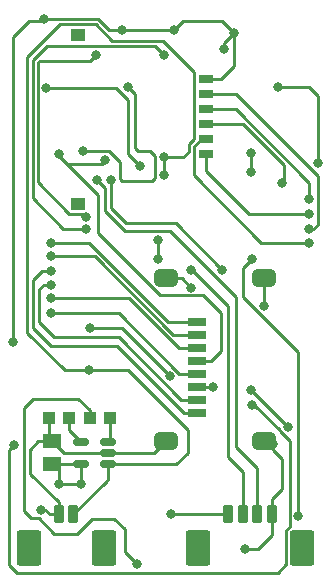
<source format=gbr>
%TF.GenerationSoftware,KiCad,Pcbnew,7.0.8*%
%TF.CreationDate,2023-10-19T11:53:07-06:00*%
%TF.ProjectId,air_station_1v5,6169725f-7374-4617-9469-6f6e5f317635,rev?*%
%TF.SameCoordinates,Original*%
%TF.FileFunction,Copper,L2,Bot*%
%TF.FilePolarity,Positive*%
%FSLAX46Y46*%
G04 Gerber Fmt 4.6, Leading zero omitted, Abs format (unit mm)*
G04 Created by KiCad (PCBNEW 7.0.8) date 2023-10-19 11:53:07*
%MOMM*%
%LPD*%
G01*
G04 APERTURE LIST*
G04 Aperture macros list*
%AMRoundRect*
0 Rectangle with rounded corners*
0 $1 Rounding radius*
0 $2 $3 $4 $5 $6 $7 $8 $9 X,Y pos of 4 corners*
0 Add a 4 corners polygon primitive as box body*
4,1,4,$2,$3,$4,$5,$6,$7,$8,$9,$2,$3,0*
0 Add four circle primitives for the rounded corners*
1,1,$1+$1,$2,$3*
1,1,$1+$1,$4,$5*
1,1,$1+$1,$6,$7*
1,1,$1+$1,$8,$9*
0 Add four rect primitives between the rounded corners*
20,1,$1+$1,$2,$3,$4,$5,0*
20,1,$1+$1,$4,$5,$6,$7,0*
20,1,$1+$1,$6,$7,$8,$9,0*
20,1,$1+$1,$8,$9,$2,$3,0*%
G04 Aperture macros list end*
%TA.AperFunction,SMDPad,CuDef*%
%ADD10R,1.200000X1.000000*%
%TD*%
%TA.AperFunction,SMDPad,CuDef*%
%ADD11R,1.250000X0.750000*%
%TD*%
%TA.AperFunction,SMDPad,CuDef*%
%ADD12RoundRect,0.200000X0.200000X0.600000X-0.200000X0.600000X-0.200000X-0.600000X0.200000X-0.600000X0*%
%TD*%
%TA.AperFunction,SMDPad,CuDef*%
%ADD13RoundRect,0.250001X0.799999X1.249999X-0.799999X1.249999X-0.799999X-1.249999X0.799999X-1.249999X0*%
%TD*%
%TA.AperFunction,SMDPad,CuDef*%
%ADD14R,1.500000X1.240000*%
%TD*%
%TA.AperFunction,SMDPad,CuDef*%
%ADD15R,1.500000X0.800000*%
%TD*%
%TA.AperFunction,SMDPad,CuDef*%
%ADD16RoundRect,0.362500X-0.637500X0.362500X-0.637500X-0.362500X0.637500X-0.362500X0.637500X0.362500X0*%
%TD*%
%TA.AperFunction,SMDPad,CuDef*%
%ADD17RoundRect,0.150000X0.512500X0.150000X-0.512500X0.150000X-0.512500X-0.150000X0.512500X-0.150000X0*%
%TD*%
%TA.AperFunction,SMDPad,CuDef*%
%ADD18R,1.075000X1.000000*%
%TD*%
%TA.AperFunction,ViaPad*%
%ADD19C,0.800000*%
%TD*%
%TA.AperFunction,Conductor*%
%ADD20C,0.250000*%
%TD*%
G04 APERTURE END LIST*
D10*
%TO.P,J1,1*%
%TO.N,N/C*%
X82012000Y-54573000D03*
%TO.P,J1,2*%
X82012000Y-68873000D03*
D11*
%TO.P,J1,C1,VCC*%
%TO.N,/SIM_VDD*%
X92837000Y-59563000D03*
%TO.P,J1,C2,RST*%
%TO.N,/SIM_RST*%
X92837000Y-62103000D03*
%TO.P,J1,C3,CLK*%
%TO.N,/SIM_CLK*%
X92837000Y-64643000D03*
%TO.P,J1,C5,GND*%
%TO.N,GND*%
X92837000Y-58293000D03*
%TO.P,J1,C6,VPP*%
%TO.N,/SIM_VPP_UNCONN*%
X92837000Y-60833000D03*
%TO.P,J1,C7,I/O*%
%TO.N,/SIM_DATA*%
X92837000Y-63373000D03*
%TD*%
D12*
%TO.P,J5,1,Pin_1*%
%TO.N,GND*%
X98452191Y-95091398D03*
%TO.P,J5,2,Pin_2*%
%TO.N,/UART_TX*%
X97202191Y-95091398D03*
%TO.P,J5,3,Pin_3*%
%TO.N,/UART_RX*%
X95952191Y-95091398D03*
%TO.P,J5,4,Pin_4*%
%TO.N,+5V*%
X94702191Y-95091398D03*
D13*
%TO.P,J5,MP*%
%TO.N,N/C*%
X101002191Y-97991398D03*
X92152191Y-97991398D03*
%TD*%
D12*
%TO.P,J4,1,Pin_1*%
%TO.N,+BATT*%
X81625000Y-95100000D03*
%TO.P,J4,2,Pin_2*%
%TO.N,GND*%
X80375000Y-95100000D03*
D13*
%TO.P,J4,MP*%
%TO.N,N/C*%
X84175000Y-98000000D03*
X77825000Y-98000000D03*
%TD*%
D14*
%TO.P,C4,1,1*%
%TO.N,GND*%
X79850000Y-88979227D03*
%TO.P,C4,2,2*%
%TO.N,+5V*%
X79850000Y-90879227D03*
%TD*%
D15*
%TO.P,J2,1,DAT2*%
%TO.N,/SD_D3*%
X92075000Y-78828000D03*
%TO.P,J2,2,DAT3/CD*%
%TO.N,/SD_D2*%
X92075000Y-79928000D03*
%TO.P,J2,3,CMD*%
%TO.N,/SD_CMD*%
X92075000Y-81028000D03*
%TO.P,J2,4,VDD*%
%TO.N,3.3V*%
X92075000Y-82128000D03*
%TO.P,J2,5,CLK*%
%TO.N,/SD_CLK*%
X92075000Y-83228000D03*
%TO.P,J2,6,VSS*%
%TO.N,GND*%
X92075000Y-84328000D03*
%TO.P,J2,7,DAT0*%
%TO.N,/SD_D0*%
X92075000Y-85428000D03*
%TO.P,J2,8,DAT1*%
%TO.N,/SD_D1*%
X92075000Y-86528000D03*
D16*
%TO.P,J2,9,SHIELD*%
%TO.N,GND*%
X97775000Y-75158000D03*
X89475000Y-75158000D03*
X97775000Y-88908000D03*
X89475000Y-88908000D03*
%TD*%
D17*
%TO.P,U3,1,STAT*%
%TO.N,Net-(U3-STAT)*%
X84557688Y-89028133D03*
%TO.P,U3,2,V_{SS}*%
%TO.N,GND*%
X84557688Y-89978133D03*
%TO.P,U3,3,V_{BAT}*%
%TO.N,+BATT*%
X84557688Y-90928133D03*
%TO.P,U3,4,V_{DD}*%
%TO.N,+5V*%
X82282688Y-90928133D03*
%TO.P,U3,5,PROG*%
%TO.N,Net-(U3-PROG)*%
X82282688Y-89028133D03*
%TD*%
D18*
%TO.P,R8,1,1*%
%TO.N,Net-(U3-PROG)*%
X81254275Y-86978523D03*
%TO.P,R8,2,2*%
%TO.N,GND*%
X79554275Y-86978523D03*
%TD*%
%TO.P,R7,1,1*%
%TO.N,Net-(CHG1-Pad-)*%
X83000000Y-87000000D03*
%TO.P,R7,2,2*%
%TO.N,Net-(U3-STAT)*%
X84700000Y-87000000D03*
%TD*%
D19*
%TO.N,GND*%
X76497500Y-80518000D03*
X94361000Y-55753000D03*
X98552000Y-89154000D03*
X96139000Y-98044000D03*
X95250000Y-54356000D03*
X78867000Y-94742000D03*
X91567000Y-75946000D03*
X79121000Y-53213000D03*
X93472000Y-84328000D03*
X85725000Y-54133500D03*
X97790000Y-77470000D03*
X90170000Y-54102000D03*
%TO.N,/SD_D3*%
X79756000Y-72136000D03*
%TO.N,/SD_D2*%
X79756000Y-73279002D03*
%TO.N,/SD_CMD*%
X79756000Y-76835000D03*
%TO.N,3.3V*%
X84328000Y-65150500D03*
X80391000Y-64643000D03*
%TO.N,/SD_CLK*%
X79756000Y-78105000D03*
%TO.N,/SD_D0*%
X79756000Y-75692000D03*
%TO.N,/SD_D1*%
X79756000Y-74549000D03*
%TO.N,/GPS_RF*%
X98933000Y-58928000D03*
X102362000Y-65405000D03*
%TO.N,/UART_TX*%
X83600000Y-66802000D03*
%TO.N,/UART_RX*%
X94234000Y-74422000D03*
X91567000Y-74422000D03*
X84800000Y-66802000D03*
%TO.N,/I2C2_SDA*%
X89281000Y-56261000D03*
X82677000Y-70993000D03*
%TO.N,/I2C2_SCL*%
X82692945Y-69967011D03*
X83566000Y-56260500D03*
%TO.N,+BATT*%
X89281000Y-66421000D03*
X89281000Y-64934500D03*
X96647000Y-66167000D03*
X96647000Y-64516000D03*
X82931000Y-82931000D03*
%TO.N,/SIM_DATA*%
X101600000Y-72136000D03*
%TO.N,/SIM_VDD*%
X101600000Y-70993000D03*
%TO.N,/SIM_CLK*%
X101600000Y-69723000D03*
%TO.N,/SIM_RST*%
X99274878Y-67056000D03*
%TO.N,/GSM_RF*%
X79337500Y-59055000D03*
X87249000Y-65659000D03*
%TO.N,1.8V*%
X86233000Y-58928000D03*
X82423000Y-64426500D03*
%TO.N,/PWR_KEY*%
X89789000Y-83439000D03*
X83058000Y-79375000D03*
X99822000Y-87757000D03*
X96647000Y-84582000D03*
%TO.N,/IO27*%
X96774000Y-85852000D03*
X76581000Y-89281000D03*
%TO.N,/IO28*%
X88773000Y-73533000D03*
X88773000Y-71882000D03*
%TO.N,+5V*%
X82296000Y-92583000D03*
X80391000Y-92583000D03*
X89916000Y-95123000D03*
%TO.N,Net-(CHG1-Pad-)*%
X86995000Y-99314000D03*
%TO.N,/VIO*%
X100673500Y-95250000D03*
X96774000Y-73533000D03*
%TO.N,/SIM_VPP_UNCONN*%
X101600000Y-68453000D03*
%TD*%
D20*
%TO.N,GND*%
X94234000Y-53340000D02*
X90932000Y-53340000D01*
X98452191Y-96873809D02*
X98452191Y-95091398D01*
X97775000Y-77455000D02*
X97790000Y-77470000D01*
X77851000Y-53340000D02*
X78994000Y-53340000D01*
X98021000Y-89154000D02*
X97775000Y-88908000D01*
X95250000Y-54356000D02*
X94234000Y-53340000D01*
X95250000Y-54356000D02*
X94996000Y-54102000D01*
X99314000Y-92964000D02*
X98452191Y-93825809D01*
X98552000Y-89685000D02*
X99291000Y-90424000D01*
X84557688Y-89978133D02*
X88404867Y-89978133D01*
X79554275Y-88683502D02*
X79850000Y-88979227D01*
X76497500Y-54693500D02*
X77851000Y-53340000D01*
X77978000Y-89662000D02*
X78660773Y-88979227D01*
X97775000Y-75158000D02*
X97775000Y-77455000D01*
X94107000Y-58293000D02*
X92837000Y-58293000D01*
X98452191Y-93825809D02*
X98452191Y-95091398D01*
X79554275Y-86978523D02*
X79554275Y-88683502D01*
X99314000Y-90424000D02*
X99314000Y-92964000D01*
X77978000Y-91694000D02*
X77978000Y-89662000D01*
X95250000Y-54356000D02*
X95250000Y-57150000D01*
X90779000Y-75158000D02*
X91567000Y-75946000D01*
X80375000Y-94091000D02*
X77978000Y-91694000D01*
X97282000Y-98044000D02*
X98452191Y-96873809D01*
X78867000Y-94742000D02*
X79248000Y-94742000D01*
X79652000Y-95100000D02*
X80375000Y-95100000D01*
X79629000Y-95123000D02*
X79652000Y-95100000D01*
X90932000Y-53340000D02*
X90170000Y-54102000D01*
X98552000Y-89154000D02*
X98021000Y-89154000D01*
X95250000Y-57150000D02*
X94107000Y-58293000D01*
X92075000Y-84328000D02*
X93472000Y-84328000D01*
X98552000Y-89154000D02*
X98552000Y-89685000D01*
X99291000Y-90424000D02*
X99314000Y-90424000D01*
X96139000Y-98044000D02*
X97282000Y-98044000D01*
X85725000Y-54133500D02*
X90138500Y-54133500D01*
X88404867Y-89978133D02*
X89475000Y-88908000D01*
X78660773Y-88979227D02*
X79850000Y-88979227D01*
X76497500Y-80518000D02*
X76497500Y-54693500D01*
X80375000Y-95100000D02*
X80375000Y-94091000D01*
X94361000Y-55753000D02*
X94361000Y-55245000D01*
X94361000Y-55245000D02*
X95250000Y-54356000D01*
X84613500Y-54133500D02*
X83693000Y-53213000D01*
X78994000Y-53340000D02*
X79121000Y-53213000D01*
X83693000Y-53213000D02*
X79121000Y-53213000D01*
X89475000Y-75158000D02*
X90779000Y-75158000D01*
X85725000Y-54133500D02*
X84613500Y-54133500D01*
X90138500Y-54133500D02*
X90170000Y-54102000D01*
X84557688Y-89978133D02*
X80848906Y-89978133D01*
X79248000Y-94742000D02*
X79629000Y-95123000D01*
X80848906Y-89978133D02*
X79850000Y-88979227D01*
%TO.N,/SD_D3*%
X89623000Y-78828000D02*
X82931000Y-72136000D01*
X82931000Y-72136000D02*
X79756000Y-72136000D01*
X92075000Y-78828000D02*
X89623000Y-78828000D01*
%TO.N,/SD_D2*%
X79756002Y-73279000D02*
X79756000Y-73279002D01*
X90088000Y-79928000D02*
X83439000Y-73279000D01*
X83439000Y-73279000D02*
X79756002Y-73279000D01*
X92075000Y-79928000D02*
X90088000Y-79928000D01*
%TO.N,/SD_CMD*%
X92075000Y-81028000D02*
X90553000Y-81028000D01*
X90553000Y-81028000D02*
X86360000Y-76835000D01*
X86360000Y-76835000D02*
X79756000Y-76835000D01*
%TO.N,3.3V*%
X92075000Y-82128000D02*
X93259000Y-82128000D01*
X88932720Y-76581000D02*
X83693000Y-71341280D01*
X83693000Y-68072000D02*
X81089500Y-65468500D01*
X84328000Y-65150500D02*
X84010000Y-65468500D01*
X80391000Y-64643000D02*
X80391000Y-64770000D01*
X83693000Y-71341280D02*
X83693000Y-68072000D01*
X92583000Y-76581000D02*
X88932720Y-76581000D01*
X94107000Y-81280000D02*
X94107000Y-78105000D01*
X80391000Y-64770000D02*
X80772000Y-65151000D01*
X81089500Y-65468500D02*
X80772000Y-65151000D01*
X84010000Y-65468500D02*
X81089500Y-65468500D01*
X94107000Y-78105000D02*
X92583000Y-76581000D01*
X93259000Y-82128000D02*
X94107000Y-81280000D01*
%TO.N,/SD_CLK*%
X85471000Y-78105000D02*
X90594000Y-83228000D01*
X90594000Y-83228000D02*
X92075000Y-83228000D01*
X79756000Y-78105000D02*
X85471000Y-78105000D01*
%TO.N,/SD_D0*%
X92075000Y-85428000D02*
X90762000Y-85428000D01*
X78740000Y-78867000D02*
X78740000Y-76073000D01*
X78740000Y-76073000D02*
X79121000Y-75692000D01*
X80010000Y-80137000D02*
X78740000Y-78867000D01*
X85471000Y-80137000D02*
X80010000Y-80137000D01*
X90762000Y-85428000D02*
X85471000Y-80137000D01*
X79121000Y-75692000D02*
X79756000Y-75692000D01*
%TO.N,/SD_D1*%
X78232000Y-79375000D02*
X78232000Y-75311000D01*
X78232000Y-75311000D02*
X78994000Y-74549000D01*
X85344000Y-80899000D02*
X79756000Y-80899000D01*
X92075000Y-86528000D02*
X90973000Y-86528000D01*
X78994000Y-74549000D02*
X79756000Y-74549000D01*
X79756000Y-80899000D02*
X78232000Y-79375000D01*
X90973000Y-86528000D02*
X85344000Y-80899000D01*
%TO.N,/GPS_RF*%
X101600000Y-58928000D02*
X102362000Y-59690000D01*
X102362000Y-59690000D02*
X102362000Y-65405000D01*
X98933000Y-58928000D02*
X101600000Y-58928000D01*
%TO.N,/UART_TX*%
X84328000Y-69469000D02*
X86016000Y-71157000D01*
X97202191Y-91233191D02*
X97202191Y-95091398D01*
X84328000Y-67530000D02*
X84328000Y-69469000D01*
X86016000Y-71157000D02*
X89826000Y-71157000D01*
X83600000Y-66802000D02*
X84328000Y-67530000D01*
X95377000Y-76708000D02*
X95377000Y-89408000D01*
X95377000Y-89408000D02*
X97202191Y-91233191D01*
X89826000Y-71157000D02*
X95377000Y-76708000D01*
%TO.N,/UART_RX*%
X95952191Y-95091398D02*
X95952191Y-91626809D01*
X86106000Y-70485000D02*
X90297000Y-70485000D01*
X91694000Y-74422000D02*
X91567000Y-74422000D01*
X84800000Y-69179000D02*
X86106000Y-70485000D01*
X94742000Y-77470000D02*
X91694000Y-74422000D01*
X90297000Y-70485000D02*
X94234000Y-74422000D01*
X94742000Y-90297000D02*
X94742000Y-77470000D01*
X96012000Y-91567000D02*
X94742000Y-90297000D01*
X84800000Y-66802000D02*
X84800000Y-69179000D01*
X95952191Y-91626809D02*
X96012000Y-91567000D01*
%TO.N,/I2C2_SDA*%
X82677000Y-70993000D02*
X80762695Y-70993000D01*
X88519000Y-55499000D02*
X89281000Y-56261000D01*
X78163000Y-56709604D02*
X79373604Y-55499000D01*
X78163000Y-68393305D02*
X78163000Y-56709604D01*
X80762695Y-70993000D02*
X78163000Y-68393305D01*
X79373604Y-55499000D02*
X88519000Y-55499000D01*
%TO.N,/I2C2_SCL*%
X78613000Y-56896000D02*
X78613000Y-67033620D01*
X78740000Y-56769000D02*
X78613000Y-56896000D01*
X81277380Y-69698000D02*
X82423934Y-69698000D01*
X82423934Y-69698000D02*
X82692945Y-69967011D01*
X78613000Y-67033620D02*
X81277380Y-69698000D01*
X83566000Y-56260500D02*
X83057500Y-56769000D01*
X83057500Y-56769000D02*
X78740000Y-56769000D01*
%TO.N,+BATT*%
X84892604Y-55049000D02*
X89212000Y-55049000D01*
X77724000Y-75184000D02*
X77713000Y-75173000D01*
X83506604Y-53663000D02*
X84892604Y-55049000D01*
X81625000Y-95100000D02*
X84425500Y-92299500D01*
X84557688Y-92167312D02*
X84425500Y-92299500D01*
X91313000Y-89916000D02*
X91313000Y-88011000D01*
X77713000Y-75173000D02*
X77713000Y-56399000D01*
X77724000Y-79756000D02*
X77724000Y-75184000D01*
X84557688Y-90928133D02*
X90300867Y-90928133D01*
X91313000Y-88011000D02*
X86233000Y-82931000D01*
X91821000Y-63371604D02*
X91371000Y-63821604D01*
X90300867Y-90928133D02*
X91313000Y-89916000D01*
X80899000Y-82931000D02*
X77724000Y-79756000D01*
X91371000Y-64458000D02*
X90932000Y-64897000D01*
X91371000Y-63821604D02*
X91371000Y-64458000D01*
X89281000Y-64934500D02*
X89281000Y-66421000D01*
X89318500Y-64897000D02*
X89281000Y-64934500D01*
X80449000Y-53663000D02*
X83506604Y-53663000D01*
X90932000Y-64897000D02*
X89318500Y-64897000D01*
X82931000Y-82931000D02*
X80899000Y-82931000D01*
X86233000Y-82931000D02*
X82931000Y-82931000D01*
X84557688Y-90928133D02*
X84557688Y-92167312D01*
X91821000Y-57658000D02*
X91821000Y-63371604D01*
X77713000Y-56399000D02*
X80449000Y-53663000D01*
X96647000Y-64516000D02*
X96647000Y-66167000D01*
X89212000Y-55049000D02*
X91821000Y-57658000D01*
%TO.N,/SIM_DATA*%
X97536000Y-72136000D02*
X91821000Y-66421000D01*
X91821000Y-64008000D02*
X92456000Y-63373000D01*
X91821000Y-66421000D02*
X91821000Y-64008000D01*
X101600000Y-72136000D02*
X97536000Y-72136000D01*
X92456000Y-63373000D02*
X92837000Y-63373000D01*
%TO.N,/SIM_VDD*%
X101944000Y-70993000D02*
X102325000Y-70612000D01*
X101600000Y-70993000D02*
X101944000Y-70993000D01*
X95377000Y-59563000D02*
X92837000Y-59563000D01*
X102325000Y-66511000D02*
X95377000Y-59563000D01*
X102325000Y-70612000D02*
X102325000Y-66511000D01*
%TO.N,/SIM_CLK*%
X92837000Y-66040000D02*
X92837000Y-64643000D01*
X101600000Y-69723000D02*
X96520000Y-69723000D01*
X96520000Y-69723000D02*
X92837000Y-66040000D01*
%TO.N,/SIM_RST*%
X99441000Y-65532000D02*
X99441000Y-67056000D01*
X92837000Y-62103000D02*
X96012000Y-62103000D01*
X96012000Y-62103000D02*
X99441000Y-65532000D01*
%TO.N,/GSM_RF*%
X86233000Y-60071000D02*
X86233000Y-64643000D01*
X86233000Y-64643000D02*
X87249000Y-65659000D01*
X85217000Y-59055000D02*
X86233000Y-60071000D01*
X79337500Y-59055000D02*
X85217000Y-59055000D01*
%TO.N,1.8V*%
X88265000Y-66929000D02*
X88519000Y-66675000D01*
X86868000Y-59563000D02*
X86233000Y-58928000D01*
X85561000Y-65358695D02*
X85561000Y-66721305D01*
X88519000Y-64770000D02*
X88138000Y-64389000D01*
X85561000Y-66721305D02*
X85768695Y-66929000D01*
X88138000Y-64389000D02*
X87122000Y-64389000D01*
X82423000Y-64426500D02*
X82423500Y-64426000D01*
X82423500Y-64426000D02*
X84628305Y-64426000D01*
X87122000Y-64389000D02*
X86868000Y-64135000D01*
X85768695Y-66929000D02*
X88265000Y-66929000D01*
X84628305Y-64426000D02*
X85561000Y-65358695D01*
X86868000Y-64135000D02*
X86868000Y-59563000D01*
X88519000Y-66675000D02*
X88519000Y-64770000D01*
%TO.N,/PWR_KEY*%
X83058000Y-79375000D02*
X85725000Y-79375000D01*
X85725000Y-79375000D02*
X89789000Y-83439000D01*
X96647000Y-84582000D02*
X99822000Y-87757000D01*
%TO.N,/IO27*%
X98933000Y-100076000D02*
X76835000Y-100076000D01*
X76200000Y-89662000D02*
X76581000Y-89281000D01*
X99949000Y-96181417D02*
X99627191Y-96503226D01*
X96901000Y-85852000D02*
X99097000Y-88048000D01*
X96774000Y-85852000D02*
X96901000Y-85852000D01*
X99097000Y-88057305D02*
X99949000Y-88909305D01*
X76835000Y-100076000D02*
X76200000Y-99441000D01*
X99097000Y-88048000D02*
X99097000Y-88057305D01*
X99627191Y-96503226D02*
X99627191Y-99381809D01*
X76200000Y-99441000D02*
X76200000Y-89662000D01*
X99627191Y-99381809D02*
X98933000Y-100076000D01*
X99949000Y-88909305D02*
X99949000Y-96181417D01*
%TO.N,/IO28*%
X88773000Y-73533000D02*
X88773000Y-71882000D01*
%TO.N,+5V*%
X80391000Y-91420227D02*
X79850000Y-90879227D01*
X82282688Y-90928133D02*
X79898906Y-90928133D01*
X79898906Y-90928133D02*
X79850000Y-90879227D01*
X89916000Y-95123000D02*
X89947602Y-95091398D01*
X82296000Y-90941445D02*
X82282688Y-90928133D01*
X89947602Y-95091398D02*
X94702191Y-95091398D01*
X80391000Y-92583000D02*
X80391000Y-91420227D01*
X82296000Y-92583000D02*
X82296000Y-90941445D01*
X82296000Y-92583000D02*
X80391000Y-92583000D01*
%TO.N,Net-(CHG1-Pad-)*%
X81915000Y-96774000D02*
X83185000Y-95504000D01*
X83000000Y-86302000D02*
X82042000Y-85344000D01*
X83000000Y-87000000D02*
X83000000Y-86302000D01*
X80010000Y-96774000D02*
X81915000Y-96774000D01*
X82042000Y-85344000D02*
X78232000Y-85344000D01*
X78068000Y-95467000D02*
X78703000Y-95467000D01*
X77470000Y-86106000D02*
X77470000Y-94869000D01*
X78232000Y-85344000D02*
X77470000Y-86106000D01*
X78703000Y-95467000D02*
X80010000Y-96774000D01*
X85979000Y-98298000D02*
X86995000Y-99314000D01*
X85979000Y-96393000D02*
X85979000Y-98298000D01*
X85090000Y-95504000D02*
X85979000Y-96393000D01*
X77470000Y-94869000D02*
X78068000Y-95467000D01*
X83185000Y-95504000D02*
X85090000Y-95504000D01*
%TO.N,/VIO*%
X96774000Y-73533000D02*
X96012000Y-74295000D01*
X96012000Y-76717305D02*
X100673500Y-81378805D01*
X96012000Y-74295000D02*
X96012000Y-76717305D01*
X100673500Y-81378805D02*
X100673500Y-95250000D01*
%TO.N,Net-(U3-STAT)*%
X84700000Y-87000000D02*
X84700000Y-88885821D01*
X84700000Y-88885821D02*
X84557688Y-89028133D01*
%TO.N,Net-(U3-PROG)*%
X81254275Y-87999720D02*
X82282688Y-89028133D01*
X81254275Y-86978523D02*
X81254275Y-87999720D01*
%TO.N,/SIM_VPP_UNCONN*%
X101600000Y-67054604D02*
X95378396Y-60833000D01*
X95378396Y-60833000D02*
X92837000Y-60833000D01*
X101600000Y-68453000D02*
X101600000Y-67054604D01*
%TD*%
M02*

</source>
